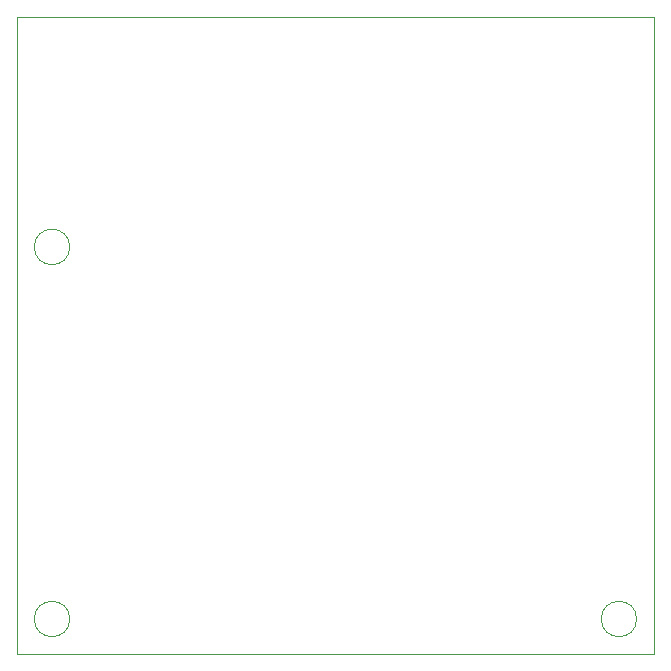
<source format=gbr>
%TF.GenerationSoftware,KiCad,Pcbnew,6.0.8+dfsg-1~bpo11+1*%
%TF.CreationDate,2022-10-31T17:33:22+01:00*%
%TF.ProjectId,rib4inAd_00,72696234-696e-4416-945f-30302e6b6963,rev?*%
%TF.SameCoordinates,Original*%
%TF.FileFunction,Profile,NP*%
%FSLAX46Y46*%
G04 Gerber Fmt 4.6, Leading zero omitted, Abs format (unit mm)*
G04 Created by KiCad (PCBNEW 6.0.8+dfsg-1~bpo11+1) date 2022-10-31 17:33:22*
%MOMM*%
%LPD*%
G01*
G04 APERTURE LIST*
%TA.AperFunction,Profile*%
%ADD10C,0.100000*%
%TD*%
G04 APERTURE END LIST*
D10*
X132500000Y-85500000D02*
G75*
G03*
X132500000Y-85500000I-1500000J0D01*
G01*
X180500000Y-117000000D02*
G75*
G03*
X180500000Y-117000000I-1500000J0D01*
G01*
X132500000Y-117000000D02*
G75*
G03*
X132500000Y-117000000I-1500000J0D01*
G01*
X128000000Y-120000000D02*
X182000000Y-120000000D01*
X182000000Y-120000000D02*
X182000000Y-66000000D01*
X182000000Y-66000000D02*
X128000000Y-66000000D01*
X128000000Y-66000000D02*
X128000000Y-120000000D01*
M02*

</source>
